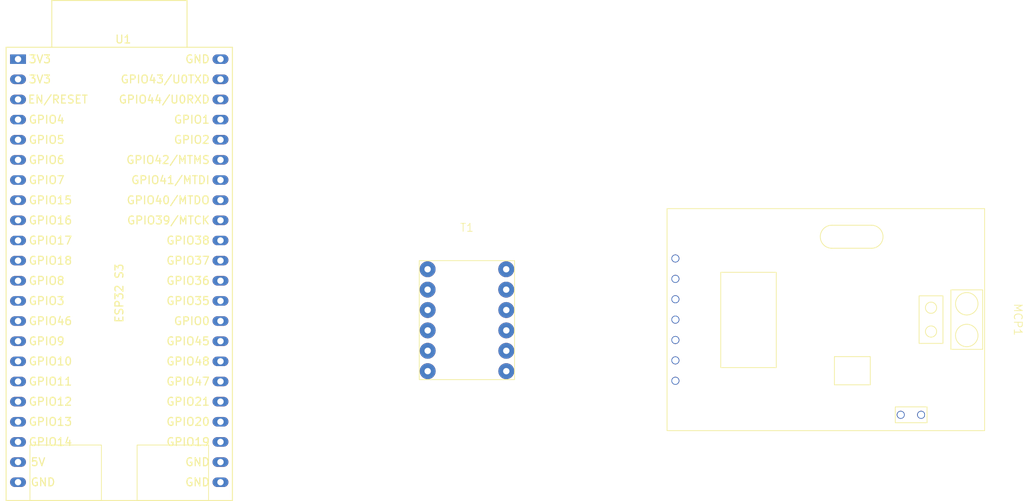
<source format=kicad_pcb>
(kicad_pcb (version 20241229) (generator "pcbnew") (generator_version "9.0")
  (layers (0 "F.Cu" signal) (2 "B.Cu" signal) (13 "F.Paste" user) (15 "B.Paste" user) (5 "F.SilkS" user "F.Silkscreen") (7 "B.SilkS" user "B.Silkscreen") (1 "F.Mask" user) (3 "B.Mask" user) (25 "Edge.Cuts" user))
  (net 0 "")
  (net 5 "GND")
  (net 40 "Net-(MCP1-MISO)")
  (net 44 "3V3")
  (net 45 "5V")
  (net 47 "Net-(MCP1-CS)")
  (net 48 "Net-(MCP1-MOSI)")
  (net 50 "Net-(MCP1-GND)")
  (net 51 "Net-(MCP1-J2_120)")
  (footprint "FSAE_Library:MCP2515_Comun_Module" (layer "F.Cu") (at 217 94 -90)
    (property "Reference" "MCP1" (at 0 -24.45 270) (layer "F.SilkS") (effects (font (thickness 0.1))))
    (property "Value" "MCP2515_Comu_Module")
    (fp_line (start -9 -1) (end -9 -6) (stroke (width 0.1)) (layer "F.SilkS"))
    (fp_line (start -11.9 -6) (end -11.9 -1) (stroke (width 0.1)) (layer "F.SilkS"))
    (fp_rect (start -5.96 5.99) (end 6.04 12.99) (stroke (width 0.1)) (fill no) (layer "F.SilkS"))
    (fp_rect (start 4.66 -5.85) (end 8.22 -1.33) (stroke (width 0.1)) (fill no) (layer "F.SilkS"))
    (fp_rect (start 11 -13) (end 13 -9) (stroke (width 0.1)) (fill no) (layer "F.SilkS"))
    (fp_rect (start -3 -15) (end 3 -12) (stroke (width 0.1)) (fill no) (layer "F.SilkS"))
    (fp_rect (start -3.75 -20) (end 3.75 -16) (stroke (width 0.1)) (fill no) (layer "F.SilkS"))
    (fp_rect (start -14 -20.25) (end 14 19.75) (stroke (width 0.1)) (fill no) (layer "F.SilkS"))
    (fp_arc (start -9 -1) (mid -10.45 0.45) (end -11.9 -1) (stroke (width 0.1)) (layer "F.SilkS"))
    (fp_arc (start -11.9 -6) (mid -10.45 -7.45) (end -9 -6) (stroke (width 0.1)) (layer "F.SilkS"))
    (fp_circle (center -1.5 -13.5) (end -1 -14) (stroke (width 0.1)) (fill no) (layer "F.SilkS"))
    (fp_circle (center 1.5 -13.5) (end 2 -14) (stroke (width 0.1)) (fill no) (layer "F.SilkS"))
    (fp_circle (center -2 -18) (end -1 -19) (stroke (width 0.1)) (fill no) (layer "F.SilkS"))
    (fp_circle (center 2 -18) (end 3 -19) (stroke (width 0.1)) (fill no) (layer "F.SilkS"))
    (pad "1" thru_hole circle (at -7.71 18.7 270) (size 1 1) (drill 0.8) (layers "*.Cu" "*.Mask"))
    (pad "2" thru_hole circle (at -5.14 18.7 270) (size 1 1) (drill 0.8) (layers "*.Cu" "*.Mask") (net 48 "Net-(MCP1-MOSI)"))
    (pad "3" thru_hole circle (at -2.57 18.7 270) (size 1 1) (drill 0.8) (layers "*.Cu" "*.Mask") (net 40 "Net-(MCP1-MISO)"))
    (pad "4" thru_hole circle (at 0 18.7 270) (size 1 1) (drill 0.8) (layers "*.Cu" "*.Mask") (net 47 "Net-(MCP1-CS)"))
    (pad "5" thru_hole circle (at 2.57 18.7 270) (size 1 1) (drill 0.8) (layers "*.Cu" "*.Mask") (net 50 "Net-(MCP1-GND)"))
    (pad "6" thru_hole circle (at 5.14 18.7 270) (size 1 1) (drill 0.8) (layers "*.Cu" "*.Mask") (net 5 "GND"))
    (pad "7" thru_hole circle (at 7.71 18.7 270) (size 1 1) (drill 0.8) (layers "*.Cu" "*.Mask") (net 45 "5V"))
    (pad "8" thru_hole circle (at 12 -9.68) (size 1 1) (drill 0.8) (layers "*.Cu" "*.Mask") (net 51 "Net-(MCP1-J2_120)"))
    (pad "9" thru_hole circle (at 12 -12.25) (size 1 1) (drill 0.8) (layers "*.Cu" "*.Mask") (net 51 "Net-(MCP1-J2_120)"))
  )
  (footprint "FSAE_Library:Conver_Logico" (layer "F.Cu") (at 172.04 94.06)
    (property "Reference" "T1" (at 0 -11.65 0) (layer "F.SilkS") (effects (font (thickness 0.1))))
    (property "Value" "~")
    (fp_rect (start -6 -7.5) (end 6 7.5) (stroke (width 0.1)) (fill no) (layer "F.SilkS"))
    (pad "1" thru_hole circle (at -4.95 -6.41) (size 2 2) (drill 0.8) (layers "*.Cu" "*.Mask"))
    (pad "2" thru_hole circle (at -4.95 -3.84) (size 2 2) (drill 0.8) (layers "*.Cu" "*.Mask"))
    (pad "3" thru_hole circle (at -4.94 -1.27) (size 2 2) (drill 0.8) (layers "*.Cu" "*.Mask") (net 44 "3V3"))
    (pad "4" thru_hole circle (at -4.94 1.3) (size 2 2) (drill 0.8) (layers "*.Cu" "*.Mask") (net 5 "GND"))
    (pad "5" thru_hole circle (at -4.94 3.87) (size 2 2) (drill 0.8) (layers "*.Cu" "*.Mask"))
    (pad "6" thru_hole circle (at -4.94 6.44) (size 2 2) (drill 0.8) (layers "*.Cu" "*.Mask"))
    (pad "7" thru_hole circle (at 4.95 -6.41) (size 2 2) (drill 0.8) (layers "*.Cu" "*.Mask") (net 48 "Net-(MCP1-MOSI)"))
    (pad "8" thru_hole circle (at 4.95 -3.84) (size 2 2) (drill 0.8) (layers "*.Cu" "*.Mask") (net 40 "Net-(MCP1-MISO)"))
    (pad "9" thru_hole circle (at 4.96 -1.27) (size 2 2) (drill 0.8) (layers "*.Cu" "*.Mask") (net 45 "5V"))
    (pad "10" thru_hole circle (at 4.96 1.3) (size 2 2) (drill 0.8) (layers "*.Cu" "*.Mask") (net 5 "GND"))
    (pad "11" thru_hole circle (at 4.96 3.87) (size 2 2) (drill 0.8) (layers "*.Cu" "*.Mask") (net 47 "Net-(MCP1-CS)"))
    (pad "12" thru_hole circle (at 4.96 6.44) (size 2 2) (drill 0.8) (layers "*.Cu" "*.Mask") (net 50 "Net-(MCP1-GND)"))
  )
  (footprint "FSAE_Library:ESP32 S3" (layer "F.Cu") (at 115.5 61.16)
    (property "Reference" "U1" (at 13.25 -2.5 0) (layer "F.SilkS"))
    (property "Value" "ESP32 S3" (at 12.75 29.5 90) (layer "F.SilkS"))
    (fp_line (start -1.5 55.65) (end 27 55.65) (stroke (width 0.12)) (layer "F.SilkS"))
    (fp_line (start -1.499999 -1.5) (end -1.5 55.65) (stroke (width 0.12)) (layer "F.SilkS"))
    (fp_line (start 4.25 -7.4) (end 21.28988 -7.4) (stroke (width 0.12)) (layer "F.SilkS"))
    (fp_line (start 4.25 -1.5072) (end 4.25 -7.4) (stroke (width 0.12)) (layer "F.SilkS"))
    (fp_line (start 21.28988 -7.4) (end 21.28988 -1.5072) (stroke (width 0.12)) (layer "F.SilkS"))
    (fp_line (start 27 -1.5) (end -1.499999 -1.5) (stroke (width 0.12)) (layer "F.SilkS"))
    (fp_line (start 27 55.65) (end 27 -1.5) (stroke (width 0.12)) (layer "F.SilkS"))
    (fp_rect (start 1.5 48.65) (end 10.5 55.65) (stroke (width 0.1)) (fill no) (layer "F.SilkS"))
    (fp_rect (start 15 48.65) (end 24 55.65) (stroke (width 0.1)) (fill no) (layer "F.SilkS"))
    (fp_text user "GPIO15" (at 1.27 17.78 0) (layer "F.SilkS") (effects (justify left)))
    (fp_text user "GPIO4" (at 1.27 7.62 0) (layer "F.SilkS") (effects (justify left)))
    (fp_text user "GPIO10" (at 1.27 38.1 0) (layer "F.SilkS") (effects (justify left)))
    (fp_text user "GPIO43/U0TXD" (at 24.23 2.54 0) (layer "F.SilkS") (effects (justify right)))
    (fp_text user "GPIO37" (at 24.23 25.4 0) (layer "F.SilkS") (effects (justify right)))
    (fp_text user "EN/RESET" (at 8.88632 5.07728 0) (layer "F.SilkS") (effects (justify right)))
    (fp_text user "GPIO41/MTDI" (at 24.23 15.24 0) (layer "F.SilkS") (effects (justify right)))
    (fp_text user "GPIO17" (at 1.27 22.86 0) (layer "F.SilkS") (effects (justify left)))
    (fp_text user "GPIO3" (at 1.27 30.48 0) (layer "F.SilkS") (effects (justify left)))
    (fp_text user "GPIO14" (at 1.27 48.26 0) (layer "F.SilkS") (effects (justify left)))
    (fp_text user "GPIO0" (at 24.23 33.02 0) (layer "F.SilkS") (effects (justify right)))
    (fp_text user "GPIO46" (at 1.27 33.02 0) (layer "F.SilkS") (effects (justify left)))
    (fp_text user "GPIO1" (at 24.23 7.62 0) (layer "F.SilkS") (effects (justify right)))
    (fp_text user "GND" (at 1.52032 53.33728 0) (layer "F.SilkS") (effects (justify left)))
    (fp_text user "GPIO36" (at 24.23 27.94 0) (layer "F.SilkS") (effects (justify right)))
    (fp_text user "GPIO7" (at 1.27 15.24 0) (layer "F.SilkS") (effects (justify left)))
    (fp_text user "3V3" (at 1.27 0 0) (layer "F.SilkS") (effects (justify left)))
    (fp_text user "GPIO5" (at 1.27 10.16 0) (layer "F.SilkS") (effects (justify left)))
    (fp_text user "GPIO35" (at 24.23 30.48 0) (layer "F.SilkS") (effects (justify right)))
    (fp_text user "GPIO12" (at 1.27 43.18 0) (layer "F.SilkS") (effects (justify left)))
    (fp_text user "GPIO40/MTDO" (at 24.23 17.78 0) (layer "F.SilkS") (effects (justify right)))
    (fp_text user "3V3" (at 1.27 2.54 0) (layer "F.SilkS") (effects (justify left)))
    (fp_text user "GPIO44/U0RXD" (at 24.23 5.08 0) (layer "F.SilkS") (effects (justify right)))
    (fp_text user "GPIO13" (at 1.27 45.72 0) (layer "F.SilkS") (effects (justify left)))
    (fp_text user "GPIO39/MTCK" (at 24.23 20.32 0) (layer "F.SilkS") (effects (justify right)))
    (fp_text user "GPIO2" (at 24.23 10.16 0) (layer "F.SilkS") (effects (justify right)))
    (fp_text user "GPIO16" (at 1.27 20.32 0) (layer "F.SilkS") (effects (justify left)))
    (fp_text user "GPIO18" (at 1.27 25.4 0) (layer "F.SilkS") (effects (justify left)))
    (fp_text user "GPIO8" (at 1.27 27.94 0) (layer "F.SilkS") (effects (justify left)))
    (fp_text user "GPIO19" (at 24.23 48.26 0) (layer "F.SilkS") (effects (justify right)))
    (fp_text user "GPIO20" (at 24.23 45.72 0) (layer "F.SilkS") (effects (justify right)))
    (fp_text user "GPIO48" (at 24.23 38.1 0) (layer "F.SilkS") (effects (justify right)))
    (fp_text user "GPIO42/MTMS" (at 24.23 12.7 0) (layer "F.SilkS") (effects (justify right)))
    (fp_text user "GPIO11" (at 1.27 40.64 0) (layer "F.SilkS") (effects (justify left)))
    (fp_text user "GND" (at 24.23 53.34 0) (layer "F.SilkS") (effects (justify right)))
    (fp_text user "GND" (at 24.23 0 0) (layer "F.SilkS") (effects (justify right)))
    (fp_text user "5V" (at 1.52032 50.79728 0) (layer "F.SilkS") (effects (justify left)))
    (fp_text user "GPIO9" (at 1.27 35.56 0) (layer "F.SilkS") (effects (justify left)))
    (fp_text user "GND" (at 24.23 50.8 0) (layer "F.SilkS") (effects (justify right)))
    (fp_text user "GPIO47" (at 24.23 40.64 0) (layer "F.SilkS") (effects (justify right)))
    (fp_text user "GPIO21" (at 24.23 43.18 0) (layer "F.SilkS") (effects (justify right)))
    (fp_text user "GPIO45" (at 24.23 35.56 0) (layer "F.SilkS") (effects (justify right)))
    (fp_text user "GPIO38" (at 24.23 22.86 0) (layer "F.SilkS") (effects (justify right)))
    (fp_text user "GPIO6" (at 1.27 12.7 0) (layer "F.SilkS") (effects (justify left)))
    (pad "1" thru_hole rect (at 0 0 270) (size 1.2 2) (drill 0.8) (layers "*.Cu" "*.Mask") (net 44 "3V3"))
    (pad "2" thru_hole oval (at 0 2.54 270) (size 1.2 2) (drill 0.8) (layers "*.Cu" "*.Mask"))
    (pad "3" thru_hole oval (at 0 5.08 270) (size 1.2 2) (drill 0.8) (layers "*.Cu" "*.Mask"))
    (pad "4" thru_hole oval (at 0 7.62 270) (size 1.2 2) (drill 0.8) (layers "*.Cu" "*.Mask"))
    (pad "5" thru_hole oval (at 0 10.16 270) (size 1.2 2) (drill 0.8) (layers "*.Cu" "*.Mask"))
    (pad "6" thru_hole oval (at 0 12.7 270) (size 1.2 2) (drill 0.8) (layers "*.Cu" "*.Mask"))
    (pad "7" thru_hole oval (at 0 15.24 270) (size 1.2 2) (drill 0.8) (layers "*.Cu" "*.Mask"))
    (pad "8" thru_hole oval (at 0 17.78 270) (size 1.2 2) (drill 0.8) (layers "*.Cu" "*.Mask"))
    (pad "9" thru_hole oval (at 0 20.32 270) (size 1.2 2) (drill 0.8) (layers "*.Cu" "*.Mask"))
    (pad "10" thru_hole oval (at 0 22.86 270) (size 1.2 2) (drill 0.8) (layers "*.Cu" "*.Mask"))
    (pad "11" thru_hole oval (at 0 25.4 270) (size 1.2 2) (drill 0.8) (layers "*.Cu" "*.Mask"))
    (pad "12" thru_hole oval (at 0 27.94 270) (size 1.2 2) (drill 0.8) (layers "*.Cu" "*.Mask"))
    (pad "13" thru_hole oval (at 0 30.48 270) (size 1.2 2) (drill 0.8) (layers "*.Cu" "*.Mask"))
    (pad "14" thru_hole oval (at 0 33.02 270) (size 1.2 2) (drill 0.8) (layers "*.Cu" "*.Mask"))
    (pad "15" thru_hole oval (at 0 35.56 270) (size 1.2 2) (drill 0.8) (layers "*.Cu" "*.Mask"))
    (pad "16" thru_hole oval (at 0 38.1 270) (size 1.2 2) (drill 0.8) (layers "*.Cu" "*.Mask"))
    (pad "17" thru_hole oval (at 0 40.64 270) (size 1.2 2) (drill 0.8) (layers "*.Cu" "*.Mask"))
    (pad "18" thru_hole oval (at 0 43.18 270) (size 1.2 2) (drill 0.8) (layers "*.Cu" "*.Mask"))
    (pad "19" thru_hole oval (at 0 45.72 270) (size 1.2 2) (drill 0.8) (layers "*.Cu" "*.Mask"))
    (pad "20" thru_hole oval (at -0.00368 48.25728 270) (size 1.2 2) (drill 0.8) (layers "*.Cu" "*.Mask"))
    (pad "21" thru_hole oval (at -0.00368 50.79728 270) (size 1.2 2) (drill 0.8) (layers "*.Cu" "*.Mask") (net 45 "5V"))
    (pad "22" thru_hole oval (at -0.00368 53.33728 270) (size 1.2 2) (drill 0.8) (layers "*.Cu" "*.Mask") (net 5 "GND"))
    (pad "23" thru_hole oval (at 25.5 53.34 270) (size 1.2 2) (drill 0.8) (layers "*.Cu" "*.Mask") (net 5 "GND"))
    (pad "24" thru_hole oval (at 25.5 50.8 270) (size 1.2 2) (drill 0.8) (layers "*.Cu" "*.Mask") (net 5 "GND"))
    (pad "25" thru_hole oval (at 25.5 48.26 270) (size 1.2 2) (drill 0.8) (layers "*.Cu" "*.Mask"))
    (pad "26" thru_hole oval (at 25.5 45.72 270) (size 1.2 2) (drill 0.8) (layers "*.Cu" "*.Mask"))
    (pad "27" thru_hole oval (at 25.5 43.18 270) (size 1.2 2) (drill 0.8) (layers "*.Cu" "*.Mask"))
    (pad "28" thru_hole oval (at 25.5 40.64 270) (size 1.2 2) (drill 0.8) (layers "*.Cu" "*.Mask"))
    (pad "29" thru_hole oval (at 25.5 38.1 270) (size 1.2 2) (drill 0.8) (layers "*.Cu" "*.Mask"))
    (pad "30" thru_hole oval (at 25.5 35.56 270) (size 1.2 2) (drill 0.8) (layers "*.Cu" "*.Mask"))
    (pad "31" thru_hole oval (at 25.5 33.02 270) (size 1.2 2) (drill 0.8) (layers "*.Cu" "*.Mask"))
    (pad "32" thru_hole oval (at 25.5 30.48 270) (size 1.2 2) (drill 0.8) (layers "*.Cu" "*.Mask"))
    (pad "33" thru_hole oval (at 25.5 27.94 270) (size 1.2 2) (drill 0.8) (layers "*.Cu" "*.Mask"))
    (pad "34" thru_hole oval (at 25.5 25.4 270) (size 1.2 2) (drill 0.8) (layers "*.Cu" "*.Mask"))
    (pad "35" thru_hole oval (at 25.5 22.86 270) (size 1.2 2) (drill 0.8) (layers "*.Cu" "*.Mask"))
    (pad "36" thru_hole oval (at 25.5 20.32 270) (size 1.2 2) (drill 0.8) (layers "*.Cu" "*.Mask"))
    (pad "37" thru_hole oval (at 25.5 17.78 270) (size 1.2 2) (drill 0.8) (layers "*.Cu" "*.Mask"))
    (pad "38" thru_hole oval (at 25.5 15.24 270) (size 1.2 2) (drill 0.8) (layers "*.Cu" "*.Mask"))
    (pad "39" thru_hole oval (at 25.5 12.7 270) (size 1.2 2) (drill 0.8) (layers "*.Cu" "*.Mask"))
    (pad "40" thru_hole oval (at 25.5 10.16 270) (size 1.2 2) (drill 0.8) (layers "*.Cu" "*.Mask"))
    (pad "41" thru_hole oval (at 25.5 7.62 270) (size 1.2 2) (drill 0.8) (layers "*.Cu" "*.Mask"))
    (pad "42" thru_hole oval (at 25.5 5.08 270) (size 1.2 2) (drill 0.8) (layers "*.Cu" "*.Mask"))
    (pad "43" thru_hole oval (at 25.5 2.54 270) (size 1.2 2) (drill 0.8) (layers "*.Cu" "*.Mask"))
    (pad "44" thru_hole oval (at 25.5 0 270) (size 1.2 2) (drill 0.8) (layers "*.Cu" "*.Mask") (net 5 "GND"))
  )
)
</source>
